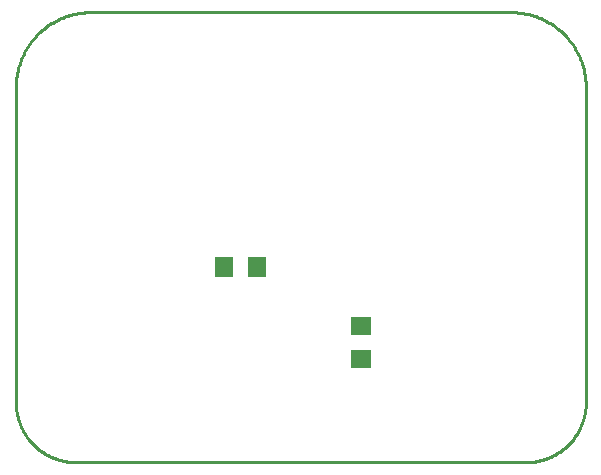
<source format=gtp>
G75*
%MOIN*%
%OFA0B0*%
%FSLAX25Y25*%
%IPPOS*%
%LPD*%
%AMOC8*
5,1,8,0,0,1.08239X$1,22.5*
%
%ADD10C,0.01000*%
%ADD11R,0.06299X0.07087*%
%ADD12R,0.07087X0.06299*%
D10*
X0021800Y0011250D02*
X0171800Y0011250D01*
X0172283Y0011256D01*
X0172766Y0011273D01*
X0173249Y0011303D01*
X0173730Y0011343D01*
X0174211Y0011396D01*
X0174690Y0011460D01*
X0175167Y0011535D01*
X0175643Y0011623D01*
X0176116Y0011721D01*
X0176586Y0011831D01*
X0177054Y0011952D01*
X0177519Y0012085D01*
X0177980Y0012229D01*
X0178438Y0012384D01*
X0178892Y0012550D01*
X0179342Y0012727D01*
X0179787Y0012914D01*
X0180228Y0013113D01*
X0180664Y0013321D01*
X0181094Y0013541D01*
X0181520Y0013771D01*
X0181939Y0014011D01*
X0182353Y0014261D01*
X0182760Y0014521D01*
X0183161Y0014790D01*
X0183556Y0015070D01*
X0183943Y0015358D01*
X0184324Y0015657D01*
X0184697Y0015964D01*
X0185062Y0016280D01*
X0185420Y0016605D01*
X0185770Y0016938D01*
X0186112Y0017280D01*
X0186445Y0017630D01*
X0186770Y0017988D01*
X0187086Y0018353D01*
X0187393Y0018726D01*
X0187692Y0019107D01*
X0187980Y0019494D01*
X0188260Y0019889D01*
X0188529Y0020290D01*
X0188789Y0020697D01*
X0189039Y0021111D01*
X0189279Y0021530D01*
X0189509Y0021956D01*
X0189729Y0022386D01*
X0189937Y0022822D01*
X0190136Y0023263D01*
X0190323Y0023708D01*
X0190500Y0024158D01*
X0190666Y0024612D01*
X0190821Y0025070D01*
X0190965Y0025531D01*
X0191098Y0025996D01*
X0191219Y0026464D01*
X0191329Y0026934D01*
X0191427Y0027407D01*
X0191515Y0027883D01*
X0191590Y0028360D01*
X0191654Y0028839D01*
X0191707Y0029320D01*
X0191747Y0029801D01*
X0191777Y0030284D01*
X0191794Y0030767D01*
X0191800Y0031250D01*
X0191800Y0136250D01*
X0191793Y0136854D01*
X0191771Y0137458D01*
X0191734Y0138061D01*
X0191683Y0138663D01*
X0191618Y0139263D01*
X0191538Y0139862D01*
X0191443Y0140459D01*
X0191334Y0141053D01*
X0191211Y0141645D01*
X0191074Y0142233D01*
X0190922Y0142818D01*
X0190756Y0143399D01*
X0190576Y0143975D01*
X0190383Y0144548D01*
X0190175Y0145115D01*
X0189954Y0145677D01*
X0189720Y0146234D01*
X0189472Y0146785D01*
X0189211Y0147330D01*
X0188936Y0147868D01*
X0188649Y0148400D01*
X0188349Y0148924D01*
X0188037Y0149441D01*
X0187712Y0149950D01*
X0187375Y0150452D01*
X0187025Y0150945D01*
X0186664Y0151429D01*
X0186292Y0151905D01*
X0185908Y0152371D01*
X0185513Y0152828D01*
X0185107Y0153275D01*
X0184690Y0153713D01*
X0184263Y0154140D01*
X0183825Y0154557D01*
X0183378Y0154963D01*
X0182921Y0155358D01*
X0182455Y0155742D01*
X0181979Y0156114D01*
X0181495Y0156475D01*
X0181002Y0156825D01*
X0180500Y0157162D01*
X0179991Y0157487D01*
X0179474Y0157799D01*
X0178950Y0158099D01*
X0178418Y0158386D01*
X0177880Y0158661D01*
X0177335Y0158922D01*
X0176784Y0159170D01*
X0176227Y0159404D01*
X0175665Y0159625D01*
X0175098Y0159833D01*
X0174525Y0160026D01*
X0173949Y0160206D01*
X0173368Y0160372D01*
X0172783Y0160524D01*
X0172195Y0160661D01*
X0171603Y0160784D01*
X0171009Y0160893D01*
X0170412Y0160988D01*
X0169813Y0161068D01*
X0169213Y0161133D01*
X0168611Y0161184D01*
X0168008Y0161221D01*
X0167404Y0161243D01*
X0166800Y0161250D01*
X0026800Y0161250D01*
X0026196Y0161243D01*
X0025592Y0161221D01*
X0024989Y0161184D01*
X0024387Y0161133D01*
X0023787Y0161068D01*
X0023188Y0160988D01*
X0022591Y0160893D01*
X0021997Y0160784D01*
X0021405Y0160661D01*
X0020817Y0160524D01*
X0020232Y0160372D01*
X0019651Y0160206D01*
X0019075Y0160026D01*
X0018502Y0159833D01*
X0017935Y0159625D01*
X0017373Y0159404D01*
X0016816Y0159170D01*
X0016265Y0158922D01*
X0015720Y0158661D01*
X0015182Y0158386D01*
X0014650Y0158099D01*
X0014126Y0157799D01*
X0013609Y0157487D01*
X0013100Y0157162D01*
X0012598Y0156825D01*
X0012105Y0156475D01*
X0011621Y0156114D01*
X0011145Y0155742D01*
X0010679Y0155358D01*
X0010222Y0154963D01*
X0009775Y0154557D01*
X0009337Y0154140D01*
X0008910Y0153713D01*
X0008493Y0153275D01*
X0008087Y0152828D01*
X0007692Y0152371D01*
X0007308Y0151905D01*
X0006936Y0151429D01*
X0006575Y0150945D01*
X0006225Y0150452D01*
X0005888Y0149950D01*
X0005563Y0149441D01*
X0005251Y0148924D01*
X0004951Y0148400D01*
X0004664Y0147868D01*
X0004389Y0147330D01*
X0004128Y0146785D01*
X0003880Y0146234D01*
X0003646Y0145677D01*
X0003425Y0145115D01*
X0003217Y0144548D01*
X0003024Y0143975D01*
X0002844Y0143399D01*
X0002678Y0142818D01*
X0002526Y0142233D01*
X0002389Y0141645D01*
X0002266Y0141053D01*
X0002157Y0140459D01*
X0002062Y0139862D01*
X0001982Y0139263D01*
X0001917Y0138663D01*
X0001866Y0138061D01*
X0001829Y0137458D01*
X0001807Y0136854D01*
X0001800Y0136250D01*
X0001800Y0031250D01*
X0001806Y0030767D01*
X0001823Y0030284D01*
X0001853Y0029801D01*
X0001893Y0029320D01*
X0001946Y0028839D01*
X0002010Y0028360D01*
X0002085Y0027883D01*
X0002173Y0027407D01*
X0002271Y0026934D01*
X0002381Y0026464D01*
X0002502Y0025996D01*
X0002635Y0025531D01*
X0002779Y0025070D01*
X0002934Y0024612D01*
X0003100Y0024158D01*
X0003277Y0023708D01*
X0003464Y0023263D01*
X0003663Y0022822D01*
X0003871Y0022386D01*
X0004091Y0021956D01*
X0004321Y0021530D01*
X0004561Y0021111D01*
X0004811Y0020697D01*
X0005071Y0020290D01*
X0005340Y0019889D01*
X0005620Y0019494D01*
X0005908Y0019107D01*
X0006207Y0018726D01*
X0006514Y0018353D01*
X0006830Y0017988D01*
X0007155Y0017630D01*
X0007488Y0017280D01*
X0007830Y0016938D01*
X0008180Y0016605D01*
X0008538Y0016280D01*
X0008903Y0015964D01*
X0009276Y0015657D01*
X0009657Y0015358D01*
X0010044Y0015070D01*
X0010439Y0014790D01*
X0010840Y0014521D01*
X0011247Y0014261D01*
X0011661Y0014011D01*
X0012080Y0013771D01*
X0012506Y0013541D01*
X0012936Y0013321D01*
X0013372Y0013113D01*
X0013813Y0012914D01*
X0014258Y0012727D01*
X0014708Y0012550D01*
X0015162Y0012384D01*
X0015620Y0012229D01*
X0016081Y0012085D01*
X0016546Y0011952D01*
X0017014Y0011831D01*
X0017484Y0011721D01*
X0017957Y0011623D01*
X0018433Y0011535D01*
X0018910Y0011460D01*
X0019389Y0011396D01*
X0019870Y0011343D01*
X0020351Y0011303D01*
X0020834Y0011273D01*
X0021317Y0011256D01*
X0021800Y0011250D01*
D11*
X0071288Y0076250D03*
X0082312Y0076250D03*
D12*
X0116800Y0056762D03*
X0116800Y0045738D03*
M02*

</source>
